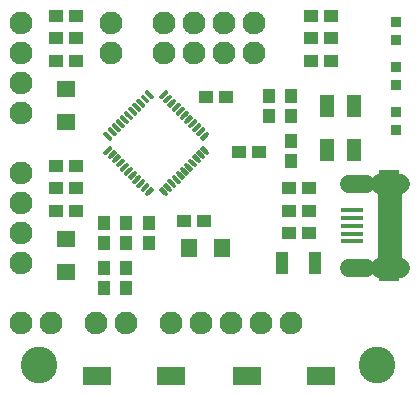
<source format=gts>
G04 EAGLE Gerber RS-274X export*
G75*
%MOMM*%
%FSLAX34Y34*%
%LPD*%
%INSoldermask Top*%
%IPPOS*%
%AMOC8*
5,1,8,0,0,1.08239X$1,22.5*%
G01*
%ADD10C,3.098800*%
%ADD11R,1.050800X1.150800*%
%ADD12R,1.450800X1.650800*%
%ADD13R,1.150800X1.050800*%
%ADD14R,0.850800X0.850800*%
%ADD15C,0.305194*%
%ADD16R,1.150800X1.950800*%
%ADD17R,1.050800X1.850800*%
%ADD18R,1.700000X2.000000*%
%ADD19R,1.700000X2.700000*%
%ADD20R,1.900800X0.450800*%
%ADD21C,1.700800*%
%ADD22C,1.550800*%
%ADD23R,2.050800X6.050800*%
%ADD24R,1.650800X1.450800*%
%ADD25C,1.930400*%
%ADD26R,2.350800X1.650800*%


D10*
X34290Y34290D03*
X320040Y34290D03*
D11*
X126873Y154550D03*
X126873Y137550D03*
D12*
X189184Y133223D03*
X161184Y133223D03*
D13*
X281550Y292100D03*
X264550Y292100D03*
D14*
X336550Y233800D03*
X336550Y248800D03*
D13*
X203590Y214630D03*
X220590Y214630D03*
D11*
X107950Y137550D03*
X107950Y154550D03*
X88900Y137550D03*
X88900Y154550D03*
D13*
X264550Y330200D03*
X281550Y330200D03*
D14*
X336550Y325000D03*
X336550Y310000D03*
D15*
X141279Y179137D02*
X137422Y182994D01*
X137745Y183317D01*
X141602Y179460D01*
X141279Y179137D01*
X139026Y182036D02*
X138380Y182036D01*
X140908Y186480D02*
X144765Y182623D01*
X140908Y186480D02*
X141231Y186803D01*
X145088Y182946D01*
X144765Y182623D01*
X142512Y185522D02*
X141866Y185522D01*
X144395Y189966D02*
X148252Y186109D01*
X144395Y189966D02*
X144718Y190289D01*
X148575Y186432D01*
X148252Y186109D01*
X145999Y189008D02*
X145353Y189008D01*
X147881Y193452D02*
X151738Y189595D01*
X147881Y193452D02*
X148204Y193775D01*
X152061Y189918D01*
X151738Y189595D01*
X149485Y192494D02*
X148839Y192494D01*
X151367Y196938D02*
X155224Y193081D01*
X151367Y196938D02*
X151690Y197261D01*
X155547Y193404D01*
X155224Y193081D01*
X152971Y195980D02*
X152325Y195980D01*
X154853Y200424D02*
X158710Y196567D01*
X154853Y200424D02*
X155176Y200747D01*
X159033Y196890D01*
X158710Y196567D01*
X156457Y199466D02*
X155811Y199466D01*
X158662Y204233D02*
X162519Y200376D01*
X162196Y200053D01*
X158339Y203910D01*
X158662Y204233D01*
X159297Y202952D02*
X159943Y202952D01*
X162148Y207719D02*
X166005Y203862D01*
X165682Y203539D01*
X161825Y207396D01*
X162148Y207719D01*
X162783Y206438D02*
X163429Y206438D01*
X165634Y211205D02*
X169491Y207348D01*
X169168Y207025D01*
X165311Y210882D01*
X165634Y211205D01*
X166269Y209924D02*
X166915Y209924D01*
X169120Y214692D02*
X172977Y210835D01*
X172654Y210512D01*
X168797Y214369D01*
X169120Y214692D01*
X169755Y213411D02*
X170401Y213411D01*
X172606Y218178D02*
X176463Y214321D01*
X176140Y213998D01*
X172283Y217855D01*
X172606Y218178D01*
X173241Y216897D02*
X173887Y216897D01*
X172606Y226322D02*
X176463Y230179D01*
X172606Y226322D02*
X172283Y226645D01*
X176140Y230502D01*
X176463Y230179D01*
X175505Y229221D02*
X174859Y229221D01*
X172977Y233665D02*
X169120Y229808D01*
X168797Y230131D01*
X172654Y233988D01*
X172977Y233665D01*
X172019Y232707D02*
X171373Y232707D01*
X169491Y237152D02*
X165634Y233295D01*
X165311Y233618D01*
X169168Y237475D01*
X169491Y237152D01*
X168533Y236194D02*
X167887Y236194D01*
X166005Y240638D02*
X162148Y236781D01*
X161825Y237104D01*
X165682Y240961D01*
X166005Y240638D01*
X165047Y239680D02*
X164401Y239680D01*
X162519Y244124D02*
X158662Y240267D01*
X158339Y240590D01*
X162196Y244447D01*
X162519Y244124D01*
X161561Y243166D02*
X160915Y243166D01*
X159033Y247610D02*
X155176Y243753D01*
X154853Y244076D01*
X158710Y247933D01*
X159033Y247610D01*
X158075Y246652D02*
X157429Y246652D01*
X155224Y251419D02*
X151367Y247562D01*
X155224Y251419D02*
X155547Y251096D01*
X151690Y247239D01*
X151367Y247562D01*
X153943Y250138D02*
X154589Y250138D01*
X151738Y254905D02*
X147881Y251048D01*
X151738Y254905D02*
X152061Y254582D01*
X148204Y250725D01*
X147881Y251048D01*
X150457Y253624D02*
X151103Y253624D01*
X148252Y258391D02*
X144395Y254534D01*
X148252Y258391D02*
X148575Y258068D01*
X144718Y254211D01*
X144395Y254534D01*
X146971Y257110D02*
X147617Y257110D01*
X144765Y261877D02*
X140908Y258020D01*
X144765Y261877D02*
X145088Y261554D01*
X141231Y257697D01*
X140908Y258020D01*
X143484Y260596D02*
X144130Y260596D01*
X141279Y265363D02*
X137422Y261506D01*
X141279Y265363D02*
X141602Y265040D01*
X137745Y261183D01*
X137422Y261506D01*
X139998Y264082D02*
X140644Y264082D01*
X129278Y261506D02*
X125421Y265363D01*
X129278Y261506D02*
X128955Y261183D01*
X125098Y265040D01*
X125421Y265363D01*
X126056Y264082D02*
X126702Y264082D01*
X121935Y261877D02*
X125792Y258020D01*
X125469Y257697D01*
X121612Y261554D01*
X121935Y261877D01*
X122570Y260596D02*
X123216Y260596D01*
X118448Y258391D02*
X122305Y254534D01*
X121982Y254211D01*
X118125Y258068D01*
X118448Y258391D01*
X119083Y257110D02*
X119729Y257110D01*
X114962Y254905D02*
X118819Y251048D01*
X118496Y250725D01*
X114639Y254582D01*
X114962Y254905D01*
X115597Y253624D02*
X116243Y253624D01*
X111476Y251419D02*
X115333Y247562D01*
X115010Y247239D01*
X111153Y251096D01*
X111476Y251419D01*
X112111Y250138D02*
X112757Y250138D01*
X107990Y247933D02*
X111847Y244076D01*
X111524Y243753D01*
X107667Y247610D01*
X107990Y247933D01*
X108625Y246652D02*
X109271Y246652D01*
X104181Y244124D02*
X108038Y240267D01*
X104181Y244124D02*
X104504Y244447D01*
X108361Y240590D01*
X108038Y240267D01*
X105785Y243166D02*
X105139Y243166D01*
X100695Y240638D02*
X104552Y236781D01*
X100695Y240638D02*
X101018Y240961D01*
X104875Y237104D01*
X104552Y236781D01*
X102299Y239680D02*
X101653Y239680D01*
X97209Y237152D02*
X101066Y233295D01*
X97209Y237152D02*
X97532Y237475D01*
X101389Y233618D01*
X101066Y233295D01*
X98813Y236194D02*
X98167Y236194D01*
X93723Y233665D02*
X97580Y229808D01*
X93723Y233665D02*
X94046Y233988D01*
X97903Y230131D01*
X97580Y229808D01*
X95327Y232707D02*
X94681Y232707D01*
X90237Y230179D02*
X94094Y226322D01*
X90237Y230179D02*
X90560Y230502D01*
X94417Y226645D01*
X94094Y226322D01*
X91841Y229221D02*
X91195Y229221D01*
X94094Y218178D02*
X90237Y214321D01*
X94094Y218178D02*
X94417Y217855D01*
X90560Y213998D01*
X90237Y214321D01*
X92813Y216897D02*
X93459Y216897D01*
X97580Y214692D02*
X93723Y210835D01*
X97580Y214692D02*
X97903Y214369D01*
X94046Y210512D01*
X93723Y210835D01*
X96299Y213411D02*
X96945Y213411D01*
X101066Y211205D02*
X97209Y207348D01*
X101066Y211205D02*
X101389Y210882D01*
X97532Y207025D01*
X97209Y207348D01*
X99785Y209924D02*
X100431Y209924D01*
X104552Y207719D02*
X100695Y203862D01*
X104552Y207719D02*
X104875Y207396D01*
X101018Y203539D01*
X100695Y203862D01*
X103271Y206438D02*
X103917Y206438D01*
X108038Y204233D02*
X104181Y200376D01*
X108038Y204233D02*
X108361Y203910D01*
X104504Y200053D01*
X104181Y200376D01*
X106757Y202952D02*
X107403Y202952D01*
X111524Y200747D02*
X107667Y196890D01*
X111524Y200747D02*
X111847Y200424D01*
X107990Y196567D01*
X107667Y196890D01*
X110243Y199466D02*
X110889Y199466D01*
X115333Y196938D02*
X111476Y193081D01*
X111153Y193404D01*
X115010Y197261D01*
X115333Y196938D01*
X114375Y195980D02*
X113729Y195980D01*
X118819Y193452D02*
X114962Y189595D01*
X114639Y189918D01*
X118496Y193775D01*
X118819Y193452D01*
X117861Y192494D02*
X117215Y192494D01*
X122305Y189966D02*
X118448Y186109D01*
X118125Y186432D01*
X121982Y190289D01*
X122305Y189966D01*
X121347Y189008D02*
X120701Y189008D01*
X125792Y186480D02*
X121935Y182623D01*
X121612Y182946D01*
X125469Y186803D01*
X125792Y186480D01*
X124834Y185522D02*
X124188Y185522D01*
X129278Y182994D02*
X125421Y179137D01*
X125098Y179460D01*
X128955Y183317D01*
X129278Y182994D01*
X128320Y182036D02*
X127674Y182036D01*
D16*
X301060Y216450D03*
X278060Y253450D03*
X278060Y216450D03*
X301060Y253450D03*
D11*
X247650Y245500D03*
X247650Y262500D03*
X247650Y207400D03*
X247650Y224400D03*
D13*
X156600Y156210D03*
X173600Y156210D03*
X245500Y146050D03*
X262500Y146050D03*
X264550Y311150D03*
X281550Y311150D03*
D14*
X336550Y286900D03*
X336550Y271900D03*
D13*
X245500Y184150D03*
X262500Y184150D03*
X245500Y165100D03*
X262500Y165100D03*
D17*
X268000Y120650D03*
X240000Y120650D03*
D18*
X330200Y115560D03*
X330200Y189240D03*
D19*
X330200Y152400D03*
D20*
X298950Y152400D03*
X298950Y145900D03*
X298950Y165400D03*
X298950Y158900D03*
X298950Y139400D03*
D21*
X322950Y116650D02*
X339450Y116650D01*
X339450Y188150D02*
X322950Y188150D01*
D22*
X311200Y116650D02*
X296200Y116650D01*
X296200Y188150D02*
X311200Y188150D01*
D23*
X331200Y152400D03*
D13*
X65650Y184150D03*
X48650Y184150D03*
X65650Y203200D03*
X48650Y203200D03*
X65650Y165100D03*
X48650Y165100D03*
D24*
X57150Y113000D03*
X57150Y141000D03*
D13*
X65650Y311150D03*
X48650Y311150D03*
X65650Y330200D03*
X48650Y330200D03*
X65650Y292100D03*
X48650Y292100D03*
D24*
X57150Y240000D03*
X57150Y268000D03*
D25*
X82550Y69850D03*
X107950Y69850D03*
X19050Y69850D03*
X44450Y69850D03*
D11*
X88900Y116450D03*
X88900Y99450D03*
X107950Y116450D03*
X107950Y99450D03*
D13*
X175650Y261620D03*
X192650Y261620D03*
D11*
X228600Y262500D03*
X228600Y245500D03*
D26*
X82800Y25400D03*
X145800Y25400D03*
X209800Y25400D03*
X272800Y25400D03*
D25*
X95250Y323850D03*
X95250Y298450D03*
X247650Y69850D03*
X222250Y69850D03*
X196850Y69850D03*
X171450Y69850D03*
X146050Y69850D03*
X19050Y247650D03*
X19050Y273050D03*
X19050Y298450D03*
X19050Y323850D03*
X19050Y120650D03*
X19050Y146050D03*
X19050Y171450D03*
X19050Y196850D03*
X139700Y298450D03*
X165100Y298450D03*
X190500Y298450D03*
X215900Y298450D03*
X139700Y323850D03*
X165100Y323850D03*
X190500Y323850D03*
X215900Y323850D03*
M02*

</source>
